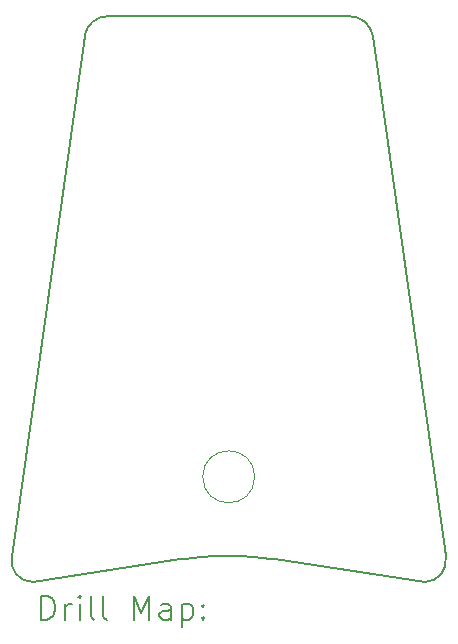
<source format=gbr>
%TF.GenerationSoftware,KiCad,Pcbnew,7.0.7*%
%TF.CreationDate,2024-07-04T01:04:14-04:00*%
%TF.ProjectId,chocV-top,63686f63-562d-4746-9f70-2e6b69636164,rev?*%
%TF.SameCoordinates,Original*%
%TF.FileFunction,Drillmap*%
%TF.FilePolarity,Positive*%
%FSLAX45Y45*%
G04 Gerber Fmt 4.5, Leading zero omitted, Abs format (unit mm)*
G04 Created by KiCad (PCBNEW 7.0.7) date 2024-07-04 01:04:14*
%MOMM*%
%LPD*%
G01*
G04 APERTURE LIST*
%ADD10C,0.150000*%
%ADD11C,0.050000*%
%ADD12C,0.200000*%
G04 APERTURE END LIST*
D10*
X11390000Y-9500000D02*
G75*
G03*
X10589152Y-9500136I-400000J-2500000D01*
G01*
X9163489Y-9474730D02*
G75*
G03*
X9340000Y-9690000I176511J-35270D01*
G01*
X10590000Y-9500000D02*
X9340000Y-9690000D01*
X12660000Y-9690000D02*
X11390000Y-9500000D01*
X12220001Y-5065270D02*
G75*
G03*
X12023038Y-4900000I-196962J-34730D01*
G01*
X12023038Y-4900000D02*
X9976962Y-4900000D01*
X12220000Y-5065270D02*
X12836504Y-9474699D01*
X9163489Y-9474730D02*
X9780000Y-5065270D01*
X12660000Y-9690000D02*
G75*
G03*
X12836504Y-9474699I0J180000D01*
G01*
D11*
X11220000Y-8800000D02*
G75*
G03*
X11220000Y-8800000I-220000J0D01*
G01*
D10*
X9976962Y-4900002D02*
G75*
G03*
X9780000Y-5065270I-2J-199998D01*
G01*
D12*
X9413277Y-10008984D02*
X9413277Y-9808984D01*
X9413277Y-9808984D02*
X9460896Y-9808984D01*
X9460896Y-9808984D02*
X9489467Y-9818508D01*
X9489467Y-9818508D02*
X9508515Y-9837555D01*
X9508515Y-9837555D02*
X9518039Y-9856603D01*
X9518039Y-9856603D02*
X9527563Y-9894698D01*
X9527563Y-9894698D02*
X9527563Y-9923270D01*
X9527563Y-9923270D02*
X9518039Y-9961365D01*
X9518039Y-9961365D02*
X9508515Y-9980412D01*
X9508515Y-9980412D02*
X9489467Y-9999460D01*
X9489467Y-9999460D02*
X9460896Y-10008984D01*
X9460896Y-10008984D02*
X9413277Y-10008984D01*
X9613277Y-10008984D02*
X9613277Y-9875650D01*
X9613277Y-9913746D02*
X9622801Y-9894698D01*
X9622801Y-9894698D02*
X9632324Y-9885174D01*
X9632324Y-9885174D02*
X9651372Y-9875650D01*
X9651372Y-9875650D02*
X9670420Y-9875650D01*
X9737086Y-10008984D02*
X9737086Y-9875650D01*
X9737086Y-9808984D02*
X9727563Y-9818508D01*
X9727563Y-9818508D02*
X9737086Y-9828031D01*
X9737086Y-9828031D02*
X9746610Y-9818508D01*
X9746610Y-9818508D02*
X9737086Y-9808984D01*
X9737086Y-9808984D02*
X9737086Y-9828031D01*
X9860896Y-10008984D02*
X9841848Y-9999460D01*
X9841848Y-9999460D02*
X9832324Y-9980412D01*
X9832324Y-9980412D02*
X9832324Y-9808984D01*
X9965658Y-10008984D02*
X9946610Y-9999460D01*
X9946610Y-9999460D02*
X9937086Y-9980412D01*
X9937086Y-9980412D02*
X9937086Y-9808984D01*
X10194229Y-10008984D02*
X10194229Y-9808984D01*
X10194229Y-9808984D02*
X10260896Y-9951841D01*
X10260896Y-9951841D02*
X10327563Y-9808984D01*
X10327563Y-9808984D02*
X10327563Y-10008984D01*
X10508515Y-10008984D02*
X10508515Y-9904222D01*
X10508515Y-9904222D02*
X10498991Y-9885174D01*
X10498991Y-9885174D02*
X10479944Y-9875650D01*
X10479944Y-9875650D02*
X10441848Y-9875650D01*
X10441848Y-9875650D02*
X10422801Y-9885174D01*
X10508515Y-9999460D02*
X10489467Y-10008984D01*
X10489467Y-10008984D02*
X10441848Y-10008984D01*
X10441848Y-10008984D02*
X10422801Y-9999460D01*
X10422801Y-9999460D02*
X10413277Y-9980412D01*
X10413277Y-9980412D02*
X10413277Y-9961365D01*
X10413277Y-9961365D02*
X10422801Y-9942317D01*
X10422801Y-9942317D02*
X10441848Y-9932793D01*
X10441848Y-9932793D02*
X10489467Y-9932793D01*
X10489467Y-9932793D02*
X10508515Y-9923270D01*
X10603753Y-9875650D02*
X10603753Y-10075650D01*
X10603753Y-9885174D02*
X10622801Y-9875650D01*
X10622801Y-9875650D02*
X10660896Y-9875650D01*
X10660896Y-9875650D02*
X10679944Y-9885174D01*
X10679944Y-9885174D02*
X10689467Y-9894698D01*
X10689467Y-9894698D02*
X10698991Y-9913746D01*
X10698991Y-9913746D02*
X10698991Y-9970889D01*
X10698991Y-9970889D02*
X10689467Y-9989936D01*
X10689467Y-9989936D02*
X10679944Y-9999460D01*
X10679944Y-9999460D02*
X10660896Y-10008984D01*
X10660896Y-10008984D02*
X10622801Y-10008984D01*
X10622801Y-10008984D02*
X10603753Y-9999460D01*
X10784705Y-9989936D02*
X10794229Y-9999460D01*
X10794229Y-9999460D02*
X10784705Y-10008984D01*
X10784705Y-10008984D02*
X10775182Y-9999460D01*
X10775182Y-9999460D02*
X10784705Y-9989936D01*
X10784705Y-9989936D02*
X10784705Y-10008984D01*
X10784705Y-9885174D02*
X10794229Y-9894698D01*
X10794229Y-9894698D02*
X10784705Y-9904222D01*
X10784705Y-9904222D02*
X10775182Y-9894698D01*
X10775182Y-9894698D02*
X10784705Y-9885174D01*
X10784705Y-9885174D02*
X10784705Y-9904222D01*
M02*

</source>
